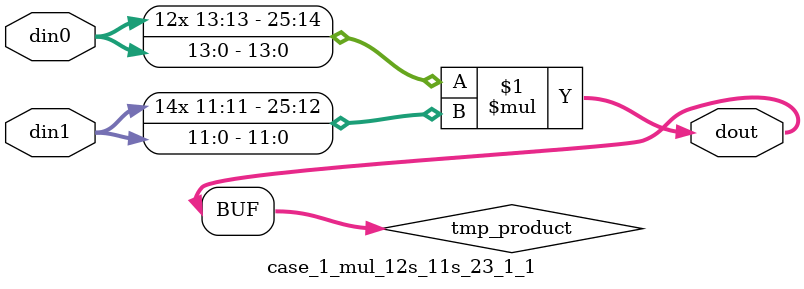
<source format=v>

`timescale 1 ns / 1 ps

 (* use_dsp = "no" *)  module case_1_mul_12s_11s_23_1_1(din0, din1, dout);
parameter ID = 1;
parameter NUM_STAGE = 0;
parameter din0_WIDTH = 14;
parameter din1_WIDTH = 12;
parameter dout_WIDTH = 26;

input [din0_WIDTH - 1 : 0] din0; 
input [din1_WIDTH - 1 : 0] din1; 
output [dout_WIDTH - 1 : 0] dout;

wire signed [dout_WIDTH - 1 : 0] tmp_product;



























assign tmp_product = $signed(din0) * $signed(din1);








assign dout = tmp_product;





















endmodule

</source>
